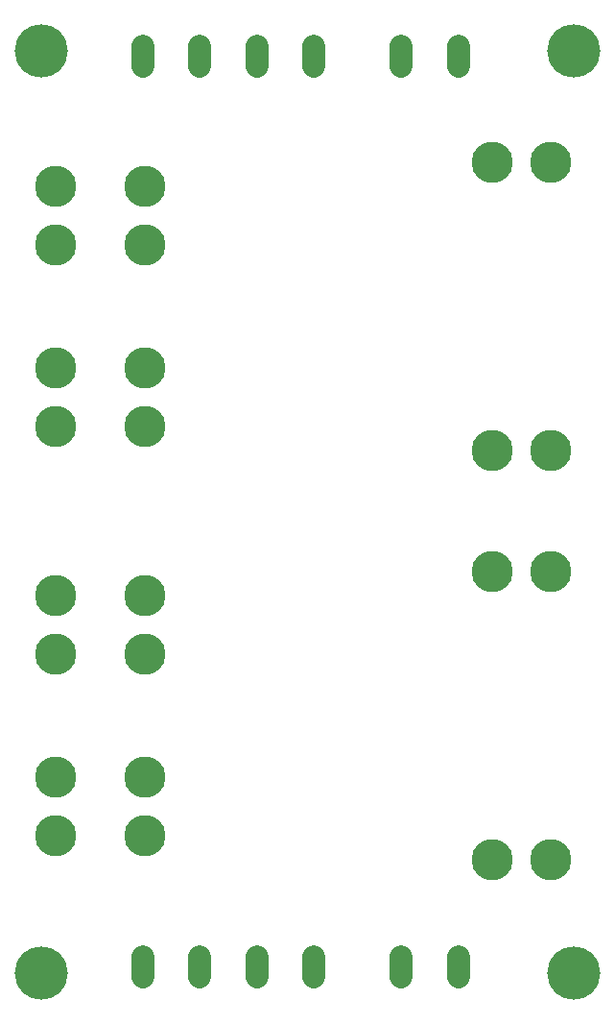
<source format=gbs>
G75*
%MOIN*%
%OFA0B0*%
%FSLAX24Y24*%
%IPPOS*%
%LPD*%
%AMOC8*
5,1,8,0,0,1.08239X$1,22.5*
%
%ADD10C,0.1850*%
%ADD11C,0.1430*%
%ADD12C,0.0785*%
D10*
X002277Y002100D03*
X020777Y002100D03*
X020777Y034100D03*
X002277Y034100D03*
D11*
X002777Y029400D03*
X002777Y027370D03*
X002777Y023100D03*
X002777Y021070D03*
X005867Y021070D03*
X005867Y023100D03*
X005867Y027370D03*
X005867Y029400D03*
X005867Y015200D03*
X005867Y013170D03*
X005867Y008900D03*
X005867Y006870D03*
X002777Y006870D03*
X002777Y008900D03*
X002777Y013170D03*
X002777Y015200D03*
X017947Y016040D03*
X019977Y016040D03*
X019977Y020240D03*
X017947Y020240D03*
X017947Y030240D03*
X019977Y030240D03*
X019977Y006040D03*
X017947Y006040D03*
D12*
X016761Y002653D02*
X016761Y001948D01*
X014792Y001948D02*
X014792Y002653D01*
X011729Y002653D02*
X011729Y001948D01*
X009761Y001948D02*
X009761Y002653D01*
X007792Y002653D02*
X007792Y001948D01*
X005824Y001948D02*
X005824Y002653D01*
X005824Y033548D02*
X005824Y034253D01*
X007792Y034253D02*
X007792Y033548D01*
X009761Y033548D02*
X009761Y034253D01*
X011729Y034253D02*
X011729Y033548D01*
X014792Y033548D02*
X014792Y034253D01*
X016761Y034253D02*
X016761Y033548D01*
M02*

</source>
